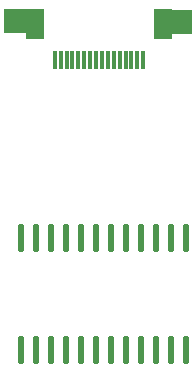
<source format=gtp>
G04 Layer: TopPasteMaskLayer*
G04 EasyEDA v6.5.46, 2025-07-23 17:18:39*
G04 4d1536246bbc4f27acf5b42e0466264c,7be8f16a26344db1bf46185b0a727cd7,10*
G04 Gerber Generator version 0.2*
G04 Scale: 100 percent, Rotated: No, Reflected: No *
G04 Dimensions in millimeters *
G04 leading zeros omitted , absolute positions ,4 integer and 5 decimal *
%FSLAX45Y45*%
%MOMM*%

%ADD10R,0.3500X1.5000*%
%ADD11R,1.5000X2.5000*%
%ADD12O,0.5739892X2.3880064*%
%ADD13R,2.0000X2.0000*%

%LPD*%
D10*
G01*
X1542694Y5267883D03*
G01*
X1592706Y5267883D03*
G01*
X1642694Y5267883D03*
G01*
X1692706Y5267883D03*
G01*
X1742694Y5267883D03*
G01*
X1792706Y5267883D03*
G01*
X1842693Y5267883D03*
G01*
X1892706Y5267883D03*
G01*
X1942693Y5267883D03*
G01*
X1992706Y5267883D03*
G01*
X2042693Y5267883D03*
G01*
X2092706Y5267883D03*
G01*
X2142693Y5267883D03*
G01*
X2192705Y5267883D03*
G01*
X2242693Y5267883D03*
G01*
X2292705Y5267883D03*
D11*
G01*
X1372717Y5577890D03*
G01*
X2462707Y5577890D03*
D12*
G01*
X2654300Y3763695D03*
G01*
X2527300Y3763695D03*
G01*
X2400300Y3763695D03*
G01*
X2273300Y3763695D03*
G01*
X2146300Y3763695D03*
G01*
X2019300Y3763695D03*
G01*
X1892300Y3763695D03*
G01*
X1765300Y3763695D03*
G01*
X1638300Y3763695D03*
G01*
X1511300Y3763695D03*
G01*
X1384300Y3763695D03*
G01*
X1257300Y3763695D03*
G01*
X2654300Y2814904D03*
G01*
X2527300Y2814904D03*
G01*
X2400300Y2814904D03*
G01*
X2273300Y2814904D03*
G01*
X2146300Y2814904D03*
G01*
X2019300Y2814904D03*
G01*
X1892300Y2814904D03*
G01*
X1765300Y2814904D03*
G01*
X1638300Y2814904D03*
G01*
X1511300Y2814904D03*
G01*
X1384300Y2814904D03*
G01*
X1257300Y2814904D03*
D13*
G01*
X1219200Y5600700D03*
G01*
X2603500Y5588000D03*
M02*

</source>
